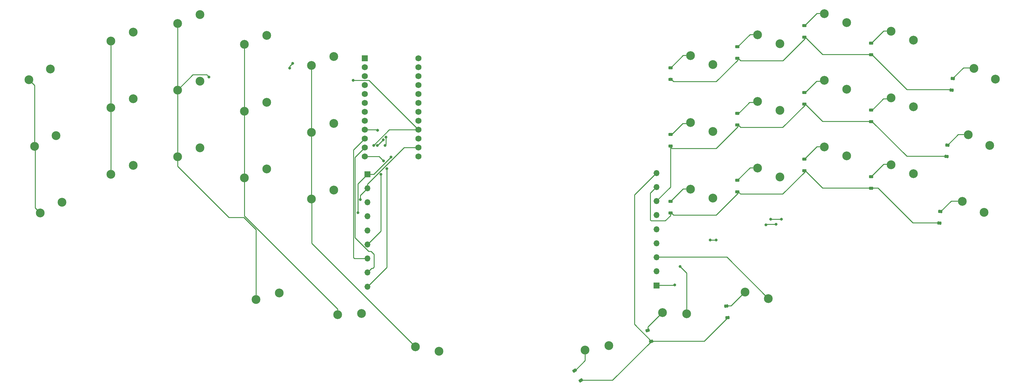
<source format=gbr>
%TF.GenerationSoftware,KiCad,Pcbnew,7.0.7*%
%TF.CreationDate,2023-09-26T18:04:07-06:00*%
%TF.ProjectId,keyboard,6b657962-6f61-4726-942e-6b696361645f,rev?*%
%TF.SameCoordinates,Original*%
%TF.FileFunction,Copper,L2,Bot*%
%TF.FilePolarity,Positive*%
%FSLAX46Y46*%
G04 Gerber Fmt 4.6, Leading zero omitted, Abs format (unit mm)*
G04 Created by KiCad (PCBNEW 7.0.7) date 2023-09-26 18:04:07*
%MOMM*%
%LPD*%
G01*
G04 APERTURE LIST*
G04 Aperture macros list*
%AMRoundRect*
0 Rectangle with rounded corners*
0 $1 Rounding radius*
0 $2 $3 $4 $5 $6 $7 $8 $9 X,Y pos of 4 corners*
0 Add a 4 corners polygon primitive as box body*
4,1,4,$2,$3,$4,$5,$6,$7,$8,$9,$2,$3,0*
0 Add four circle primitives for the rounded corners*
1,1,$1+$1,$2,$3*
1,1,$1+$1,$4,$5*
1,1,$1+$1,$6,$7*
1,1,$1+$1,$8,$9*
0 Add four rect primitives between the rounded corners*
20,1,$1+$1,$2,$3,$4,$5,0*
20,1,$1+$1,$4,$5,$6,$7,0*
20,1,$1+$1,$6,$7,$8,$9,0*
20,1,$1+$1,$8,$9,$2,$3,0*%
G04 Aperture macros list end*
%TA.AperFunction,ComponentPad*%
%ADD10C,2.500000*%
%TD*%
%TA.AperFunction,ComponentPad*%
%ADD11O,1.700000X1.700000*%
%TD*%
%TA.AperFunction,ComponentPad*%
%ADD12R,1.700000X1.700000*%
%TD*%
%TA.AperFunction,ComponentPad*%
%ADD13C,1.752600*%
%TD*%
%TA.AperFunction,ComponentPad*%
%ADD14R,1.752600X1.752600*%
%TD*%
%TA.AperFunction,SMDPad,CuDef*%
%ADD15RoundRect,0.225000X0.375000X-0.225000X0.375000X0.225000X-0.375000X0.225000X-0.375000X-0.225000X0*%
%TD*%
%TA.AperFunction,SMDPad,CuDef*%
%ADD16RoundRect,0.225000X0.396465X-0.184569X0.349427X0.262966X-0.396465X0.184569X-0.349427X-0.262966X0*%
%TD*%
%TA.AperFunction,SMDPad,CuDef*%
%ADD17RoundRect,0.225000X0.353963X-0.256827X0.393183X0.191460X-0.353963X0.256827X-0.393183X-0.191460X0*%
%TD*%
%TA.AperFunction,SMDPad,CuDef*%
%ADD18RoundRect,0.225000X0.427822X-0.090654X0.281317X0.334830X-0.427822X0.090654X-0.281317X-0.334830X0*%
%TD*%
%TA.AperFunction,SMDPad,CuDef*%
%ADD19RoundRect,0.225000X0.437250X0.007909X0.198786X0.389531X-0.437250X-0.007909X-0.198786X-0.389531X0*%
%TD*%
%TA.AperFunction,ViaPad*%
%ADD20C,0.800000*%
%TD*%
%TA.AperFunction,Conductor*%
%ADD21C,0.250000*%
%TD*%
G04 APERTURE END LIST*
D10*
%TO.P,S8,2,2*%
%TO.N,Net-(D8-A)*%
X64387381Y-65523631D03*
%TO.P,S8,1,1*%
%TO.N,C3*%
X58037381Y-68063631D03*
%TD*%
%TO.P,S11,2,2*%
%TO.N,Net-(D9-A)*%
X83387381Y-71523631D03*
%TO.P,S11,1,1*%
%TO.N,C4*%
X77037381Y-74063631D03*
%TD*%
%TO.P,S2,2,2*%
%TO.N,Net-(D6-A)*%
X23498753Y-80993134D03*
%TO.P,S2,1,1*%
%TO.N,C1*%
X17394293Y-84076908D03*
%TD*%
%TO.P,S5,2,2*%
%TO.N,Net-(D7-A)*%
X45387381Y-70523631D03*
%TO.P,S5,1,1*%
%TO.N,C2*%
X39037381Y-73063631D03*
%TD*%
%TO.P,S6,2,2*%
%TO.N,Net-(D12-A)*%
X45387381Y-89523631D03*
%TO.P,S6,1,1*%
%TO.N,C2*%
X39037381Y-92063631D03*
%TD*%
%TO.P,S1,2,2*%
%TO.N,Net-(D1-A)*%
X21861476Y-62023369D03*
%TO.P,S1,1,1*%
%TO.N,C1*%
X15757016Y-65107143D03*
%TD*%
%TO.P,S7,2,2*%
%TO.N,Net-(D3-A)*%
X64387381Y-46523631D03*
%TO.P,S7,1,1*%
%TO.N,C3*%
X58037381Y-49063631D03*
%TD*%
%TO.P,S16,2,2*%
%TO.N,Net-(D16-A)*%
X86899418Y-125805370D03*
%TO.P,S16,1,1*%
%TO.N,C3*%
X80318702Y-127667700D03*
%TD*%
%TO.P,S10,2,2*%
%TO.N,Net-(D4-A)*%
X83387381Y-52523631D03*
%TO.P,S10,1,1*%
%TO.N,C4*%
X77037381Y-55063631D03*
%TD*%
%TO.P,S18,2,2*%
%TO.N,Net-(D18-A)*%
X132322008Y-142372951D03*
%TO.P,S18,1,1*%
%TO.N,C5*%
X125590908Y-141162005D03*
%TD*%
%TO.P,S4,2,2*%
%TO.N,Net-(D2-A)*%
X45387381Y-51523631D03*
%TO.P,S4,1,1*%
%TO.N,C2*%
X39037381Y-54063631D03*
%TD*%
%TO.P,S17,2,2*%
%TO.N,Net-(D17-A)*%
X110316455Y-131664894D03*
%TO.P,S17,1,1*%
%TO.N,C4*%
X103485469Y-131999153D03*
%TD*%
D11*
%TO.P,J1,9,Pin_9*%
%TO.N,C10*%
X112000000Y-124000000D03*
%TO.P,J1,8,Pin_8*%
%TO.N,C9*%
X112000000Y-120000000D03*
%TO.P,J1,7,Pin_7*%
%TO.N,C8*%
X112000000Y-116000000D03*
%TO.P,J1,6,Pin_6*%
%TO.N,C7*%
X112000000Y-112000000D03*
%TO.P,J1,5,Pin_5*%
%TO.N,C6*%
X112000000Y-108000000D03*
%TO.P,J1,4,Pin_4*%
%TO.N,R4*%
X112000000Y-104000000D03*
%TO.P,J1,3,Pin_3*%
%TO.N,R3*%
X112000000Y-100000000D03*
%TO.P,J1,2,Pin_2*%
%TO.N,R2*%
X112000000Y-96000000D03*
D12*
%TO.P,J1,1,Pin_1*%
%TO.N,R1*%
X112000000Y-92000000D03*
%TD*%
D10*
%TO.P,S3,2,2*%
%TO.N,Net-(D11-A)*%
X25147384Y-99981674D03*
%TO.P,S3,1,1*%
%TO.N,C1*%
X19042924Y-103065448D03*
%TD*%
%TO.P,S14,2,2*%
%TO.N,Net-(D10-A)*%
X102387381Y-77523631D03*
%TO.P,S14,1,1*%
%TO.N,C5*%
X96037381Y-80063631D03*
%TD*%
D13*
%TO.P,U2,24,B0*%
%TO.N,N/C*%
X126420000Y-59030000D03*
%TO.P,U2,23,GND*%
X126420000Y-61570000D03*
%TO.P,U2,22,RST*%
%TO.N,unconnected-(U2-RST-Pad22)*%
X126420000Y-64110000D03*
%TO.P,U2,21,VCC*%
%TO.N,N/C*%
X126420000Y-66650000D03*
%TO.P,U2,20,A3/PF4*%
X126420000Y-69190000D03*
%TO.P,U2,19,A2/PF5*%
X126420000Y-71730000D03*
%TO.P,U2,18,A1/PF6*%
X126420000Y-74270000D03*
%TO.P,U2,17,A0/PF7*%
X126420000Y-76810000D03*
%TO.P,U2,16,15/PB1*%
%TO.N,R4*%
X126420000Y-79350000D03*
%TO.P,U2,15,14/PB3*%
%TO.N,R3*%
X126420000Y-81890000D03*
%TO.P,U2,14,16/PB2*%
%TO.N,R2*%
X126420000Y-84430000D03*
%TO.P,U2,13,10/PB6*%
%TO.N,R1*%
X126420000Y-86970000D03*
%TO.P,U2,12,9/PB5*%
%TO.N,C10*%
X111180000Y-86970000D03*
%TO.P,U2,11,8/PB4*%
%TO.N,C9*%
X111180000Y-84430000D03*
%TO.P,U2,10,7/PE6*%
%TO.N,C8*%
X111180000Y-81890000D03*
%TO.P,U2,9,6/PD7*%
%TO.N,C7*%
X111180000Y-79350000D03*
%TO.P,U2,8,5/PC6*%
%TO.N,C6*%
X111180000Y-76810000D03*
%TO.P,U2,7,4/PD4*%
%TO.N,C5*%
X111180000Y-74270000D03*
%TO.P,U2,6,3/PD0*%
%TO.N,C4*%
X111180000Y-71730000D03*
%TO.P,U2,5,2/PD1*%
%TO.N,C3*%
X111180000Y-69190000D03*
%TO.P,U2,4,GND*%
%TO.N,N/C*%
X111180000Y-66650000D03*
%TO.P,U2,3,GND*%
X111180000Y-64110000D03*
%TO.P,U2,2,RX1/PD2*%
%TO.N,C2*%
X111180000Y-61570000D03*
D14*
%TO.P,U2,1,TX0/PD3*%
%TO.N,C1*%
X111180000Y-59030000D03*
%TD*%
D10*
%TO.P,S13,2,2*%
%TO.N,Net-(D5-A)*%
X102387381Y-58523631D03*
%TO.P,S13,1,1*%
%TO.N,C5*%
X96037381Y-61063631D03*
%TD*%
%TO.P,S12,2,2*%
%TO.N,Net-(D14-A)*%
X83387381Y-90523631D03*
%TO.P,S12,1,1*%
%TO.N,C4*%
X77037381Y-93063631D03*
%TD*%
%TO.P,S9,2,2*%
%TO.N,Net-(D13-A)*%
X64387381Y-84523631D03*
%TO.P,S9,1,1*%
%TO.N,C3*%
X58037381Y-87063631D03*
%TD*%
%TO.P,S15,2,2*%
%TO.N,Net-(D15-A)*%
X102387381Y-96523631D03*
%TO.P,S15,1,1*%
%TO.N,C5*%
X96037381Y-99063631D03*
%TD*%
%TO.P,S31,1,1*%
%TO.N,C9*%
X267114012Y-91824039D03*
%TO.P,S31,2,2*%
%TO.N,Net-(D30-A)*%
X260764012Y-89284039D03*
%TD*%
%TO.P,S22,1,1*%
%TO.N,C7*%
X229114012Y-54824039D03*
%TO.P,S22,2,2*%
%TO.N,Net-(D21-A)*%
X222764012Y-52284039D03*
%TD*%
%TO.P,S25,1,1*%
%TO.N,C8*%
X248114012Y-48824039D03*
%TO.P,S25,2,2*%
%TO.N,Net-(D24-A)*%
X241764012Y-46284039D03*
%TD*%
D15*
%TO.P,D19,1,K*%
%TO.N,R4*%
X198071275Y-65010408D03*
%TO.P,D19,2,A*%
%TO.N,Net-(D19-A)*%
X198071275Y-61710408D03*
%TD*%
D10*
%TO.P,S28,1,1*%
%TO.N,C6*%
X180533116Y-140826965D03*
%TO.P,S28,2,2*%
%TO.N,Net-(D27-A)*%
X173802016Y-142037911D03*
%TD*%
%TO.P,S34,1,1*%
%TO.N,C10*%
X288756415Y-83853014D03*
%TO.P,S34,2,2*%
%TO.N,Net-(D33-A)*%
X282651955Y-80769240D03*
%TD*%
D15*
%TO.P,D23,1,K*%
%TO.N,R2*%
X217071275Y-97014039D03*
%TO.P,D23,2,A*%
%TO.N,Net-(D23-A)*%
X217071275Y-93714039D03*
%TD*%
%TO.P,D28,1,K*%
%TO.N,R4*%
X255071275Y-58010408D03*
%TO.P,D28,2,A*%
%TO.N,Net-(D28-A)*%
X255071275Y-54710408D03*
%TD*%
%TO.P,D20,1,K*%
%TO.N,R3*%
X198071275Y-84010408D03*
%TO.P,D20,2,A*%
%TO.N,Net-(D20-A)*%
X198071275Y-80710408D03*
%TD*%
D10*
%TO.P,S23,1,1*%
%TO.N,C7*%
X229114012Y-73824039D03*
%TO.P,S23,2,2*%
%TO.N,Net-(D22-A)*%
X222764012Y-71284039D03*
%TD*%
%TO.P,S30,1,1*%
%TO.N,C9*%
X267114012Y-72824039D03*
%TO.P,S30,2,2*%
%TO.N,Net-(D29-A)*%
X260764012Y-70284039D03*
%TD*%
D15*
%TO.P,D29,1,K*%
%TO.N,R3*%
X255071275Y-77010408D03*
%TO.P,D29,2,A*%
%TO.N,Net-(D29-A)*%
X255071275Y-73710408D03*
%TD*%
%TO.P,D36,1,K*%
%TO.N,R2*%
X198071275Y-103010408D03*
%TO.P,D36,2,A*%
%TO.N,Net-(D36-A)*%
X198071275Y-99710408D03*
%TD*%
D10*
%TO.P,S19,1,1*%
%TO.N,C6*%
X210114012Y-60824039D03*
%TO.P,S19,2,2*%
%TO.N,Net-(D19-A)*%
X203764012Y-58284039D03*
%TD*%
D16*
%TO.P,D35,1,K*%
%TO.N,R1*%
X214290098Y-132835432D03*
%TO.P,D35,2,A*%
%TO.N,Net-(D35-A)*%
X213945154Y-129553510D03*
%TD*%
D17*
%TO.P,D34,1,K*%
%TO.N,R2*%
X274448175Y-105939987D03*
%TO.P,D34,2,A*%
%TO.N,Net-(D34-A)*%
X274735789Y-102652545D03*
%TD*%
%TO.P,D32,1,K*%
%TO.N,R4*%
X277938105Y-68055093D03*
%TO.P,D32,2,A*%
%TO.N,Net-(D32-A)*%
X278225719Y-64767651D03*
%TD*%
D18*
%TO.P,D31,1,K*%
%TO.N,R1*%
X192597486Y-139595814D03*
%TO.P,D31,2,A*%
%TO.N,Net-(D31-A)*%
X191523112Y-136475602D03*
%TD*%
D15*
%TO.P,D22,1,K*%
%TO.N,R3*%
X217071275Y-78010408D03*
%TO.P,D22,2,A*%
%TO.N,Net-(D22-A)*%
X217071275Y-74710408D03*
%TD*%
D10*
%TO.P,S26,1,1*%
%TO.N,C8*%
X248114012Y-67824039D03*
%TO.P,S26,2,2*%
%TO.N,Net-(D25-A)*%
X241764012Y-65284039D03*
%TD*%
%TO.P,S21,1,1*%
%TO.N,C6*%
X210114012Y-98824039D03*
%TO.P,S21,2,2*%
%TO.N,Net-(D36-A)*%
X203764012Y-96284039D03*
%TD*%
%TO.P,S32,1,1*%
%TO.N,C7*%
X202656111Y-131700921D03*
%TO.P,S32,2,2*%
%TO.N,Net-(D31-A)*%
X195825125Y-131366662D03*
%TD*%
D17*
%TO.P,D33,1,K*%
%TO.N,R3*%
X276444511Y-86981867D03*
%TO.P,D33,2,A*%
%TO.N,Net-(D33-A)*%
X276732125Y-83694425D03*
%TD*%
D15*
%TO.P,D21,1,K*%
%TO.N,R4*%
X217071275Y-59014039D03*
%TO.P,D21,2,A*%
%TO.N,Net-(D21-A)*%
X217071275Y-55714039D03*
%TD*%
D12*
%TO.P,J2,1,Pin_1*%
%TO.N,C10*%
X194124024Y-123664960D03*
D11*
%TO.P,J2,2,Pin_2*%
%TO.N,C9*%
X194124024Y-119664960D03*
%TO.P,J2,3,Pin_3*%
%TO.N,C8*%
X194124024Y-115664960D03*
%TO.P,J2,4,Pin_4*%
%TO.N,C7*%
X194124024Y-111664960D03*
%TO.P,J2,5,Pin_5*%
%TO.N,C6*%
X194124024Y-107664960D03*
%TO.P,J2,6,Pin_6*%
%TO.N,R4*%
X194124024Y-103664960D03*
%TO.P,J2,7,Pin_7*%
%TO.N,R3*%
X194124024Y-99664960D03*
%TO.P,J2,8,Pin_8*%
%TO.N,R2*%
X194124024Y-95664960D03*
%TO.P,J2,9,Pin_9*%
%TO.N,R1*%
X194124024Y-91664960D03*
%TD*%
D10*
%TO.P,S27,1,1*%
%TO.N,C8*%
X248114012Y-86824039D03*
%TO.P,S27,2,2*%
%TO.N,Net-(D26-A)*%
X241764012Y-84284039D03*
%TD*%
D15*
%TO.P,D25,1,K*%
%TO.N,R3*%
X236071275Y-72014039D03*
%TO.P,D25,2,A*%
%TO.N,Net-(D25-A)*%
X236071275Y-68714039D03*
%TD*%
D10*
%TO.P,S35,1,1*%
%TO.N,C10*%
X287107784Y-102841554D03*
%TO.P,S35,2,2*%
%TO.N,Net-(D34-A)*%
X281003324Y-99757780D03*
%TD*%
%TO.P,S20,1,1*%
%TO.N,C6*%
X210114012Y-79824039D03*
%TO.P,S20,2,2*%
%TO.N,Net-(D20-A)*%
X203764012Y-77284039D03*
%TD*%
%TO.P,S29,1,1*%
%TO.N,C9*%
X267114012Y-53824039D03*
%TO.P,S29,2,2*%
%TO.N,Net-(D28-A)*%
X260764012Y-51284039D03*
%TD*%
%TO.P,S33,1,1*%
%TO.N,C10*%
X290373406Y-64937036D03*
%TO.P,S33,2,2*%
%TO.N,Net-(D32-A)*%
X284268946Y-61853262D03*
%TD*%
D19*
%TO.P,D27,2,A*%
%TO.N,Net-(D27-A)*%
X170836547Y-147935523D03*
%TO.P,D27,1,K*%
%TO.N,R1*%
X172585281Y-150734081D03*
%TD*%
D10*
%TO.P,S36,1,1*%
%TO.N,C8*%
X225831704Y-127409280D03*
%TO.P,S36,2,2*%
%TO.N,Net-(D35-A)*%
X219250988Y-125546950D03*
%TD*%
D15*
%TO.P,D24,1,K*%
%TO.N,R4*%
X236071275Y-53014039D03*
%TO.P,D24,2,A*%
%TO.N,Net-(D24-A)*%
X236071275Y-49714039D03*
%TD*%
%TO.P,D26,1,K*%
%TO.N,R2*%
X236071275Y-91014039D03*
%TO.P,D26,2,A*%
%TO.N,Net-(D26-A)*%
X236071275Y-87714039D03*
%TD*%
D10*
%TO.P,S24,1,1*%
%TO.N,C7*%
X229114012Y-92824039D03*
%TO.P,S24,2,2*%
%TO.N,Net-(D23-A)*%
X222764012Y-90284039D03*
%TD*%
D15*
%TO.P,D30,1,K*%
%TO.N,R2*%
X255071275Y-96014039D03*
%TO.P,D30,2,A*%
%TO.N,Net-(D30-A)*%
X255071275Y-92714039D03*
%TD*%
D20*
%TO.N,C10*%
X225201005Y-106437058D03*
%TO.N,R4*%
X198044627Y-64927049D03*
%TO.N,C10*%
X228044627Y-106280680D03*
X199294627Y-123530680D03*
%TO.N,C9*%
X229544627Y-104806180D03*
X211032328Y-110768381D03*
X209297508Y-110768381D03*
X226544627Y-104780680D03*
%TO.N,C7*%
X200794627Y-118280680D03*
%TO.N,C1*%
X90721219Y-60446128D03*
X89871846Y-61795501D03*
%TO.N,C3*%
X66971219Y-64370628D03*
%TO.N,C10*%
X117471219Y-90446128D03*
X116520825Y-88196128D03*
%TO.N,R2*%
X109971219Y-99196128D03*
%TO.N,C7*%
X115796325Y-92021234D03*
%TO.N,R1*%
X118646726Y-87121635D03*
%TO.N,R4*%
X107897992Y-65247049D03*
%TO.N,C6*%
X114791879Y-83812849D03*
%TO.N,C7*%
X116971219Y-83812849D03*
X117221219Y-81446128D03*
%TO.N,C6*%
X116471219Y-82196128D03*
%TO.N,R4*%
X113721219Y-83812849D03*
%TO.N,C7*%
X114874057Y-79478516D03*
%TO.N,R1*%
X109224181Y-102949090D03*
%TD*%
D21*
%TO.N,C10*%
X228044627Y-106280680D02*
X225357383Y-106280680D01*
X199294627Y-123530680D02*
X199243706Y-123581601D01*
X199243706Y-123581601D02*
X194097376Y-123581601D01*
%TO.N,C8*%
X214060736Y-115581601D02*
X225805056Y-127325921D01*
X194097376Y-115581601D02*
X214060736Y-115581601D01*
%TO.N,C10*%
X225357383Y-106280680D02*
X225201005Y-106437058D01*
%TO.N,C9*%
X209297508Y-110768381D02*
X211032328Y-110768381D01*
X226570127Y-104806180D02*
X226544627Y-104780680D01*
X229544627Y-104806180D02*
X226570127Y-104806180D01*
%TO.N,Net-(D26-A)*%
X239652008Y-84150680D02*
X236222008Y-87580680D01*
%TO.N,Net-(D34-A)*%
X280974624Y-99658723D02*
X277796985Y-99658723D01*
%TO.N,Net-(D27-A)*%
X173820000Y-142070000D02*
X173820000Y-145059444D01*
%TO.N,Net-(D31-A)*%
X191673845Y-135473651D02*
X191673845Y-136392243D01*
%TO.N,Net-(D21-A)*%
X222734627Y-52200680D02*
X220652008Y-52200680D01*
%TO.N,C7*%
X202629463Y-120115516D02*
X202629463Y-131617562D01*
%TO.N,Net-(D30-A)*%
X258648377Y-89150680D02*
X255222008Y-92577049D01*
%TO.N,Net-(D36-A)*%
X203734627Y-96150680D02*
X201648377Y-96150680D01*
%TO.N,Net-(D24-A)*%
X241734627Y-46200680D02*
X239652008Y-46200680D01*
%TO.N,Net-(D23-A)*%
X222734627Y-90150680D02*
X220652008Y-90150680D01*
%TO.N,Net-(D25-A)*%
X239552008Y-65550680D02*
X236122008Y-68980680D01*
X241634627Y-65550680D02*
X239552008Y-65550680D01*
%TO.N,Net-(D35-A)*%
X219222590Y-125482419D02*
X215234858Y-129470151D01*
%TO.N,Net-(D33-A)*%
X279823741Y-80670183D02*
X276882858Y-83611066D01*
%TO.N,Net-(D29-A)*%
X260634627Y-70550680D02*
X258548377Y-70550680D01*
%TO.N,Net-(D32-A)*%
X284260532Y-61700418D02*
X281298725Y-61700418D01*
%TO.N,Net-(D24-A)*%
X239652008Y-46200680D02*
X236222008Y-49630680D01*
%TO.N,Net-(D30-A)*%
X260734627Y-89150680D02*
X258648377Y-89150680D01*
%TO.N,Net-(D21-A)*%
X220652008Y-52200680D02*
X217222008Y-55630680D01*
%TO.N,Net-(D35-A)*%
X215234858Y-129470151D02*
X214095887Y-129470151D01*
%TO.N,Net-(D27-A)*%
X173820000Y-145059444D02*
X171007280Y-147872164D01*
%TO.N,Net-(D33-A)*%
X282623255Y-80670183D02*
X279823741Y-80670183D01*
%TO.N,C7*%
X200794627Y-118280680D02*
X202629463Y-120115516D01*
%TO.N,Net-(D29-A)*%
X258548377Y-70550680D02*
X255122008Y-73977049D01*
%TO.N,Net-(D26-A)*%
X241734627Y-84150680D02*
X239652008Y-84150680D01*
%TO.N,Net-(D34-A)*%
X277796985Y-99658723D02*
X274886522Y-102569186D01*
%TO.N,Net-(D23-A)*%
X220652008Y-90150680D02*
X217222008Y-93580680D01*
%TO.N,Net-(D22-A)*%
X222634627Y-71550680D02*
X220552008Y-71550680D01*
%TO.N,Net-(D32-A)*%
X281298725Y-61700418D02*
X278365815Y-64633328D01*
%TO.N,Net-(D31-A)*%
X195805553Y-131341943D02*
X191673845Y-135473651D01*
%TO.N,Net-(D28-A)*%
X260734627Y-51200680D02*
X258648377Y-51200680D01*
%TO.N,Net-(D22-A)*%
X220552008Y-71550680D02*
X217122008Y-74980680D01*
%TO.N,Net-(D28-A)*%
X258648377Y-51200680D02*
X255222008Y-54627049D01*
%TO.N,Net-(D36-A)*%
X201648377Y-96150680D02*
X198222008Y-99577049D01*
%TO.N,R2*%
X274598908Y-105856628D02*
X266901587Y-105856628D01*
X217947008Y-97655680D02*
X217222008Y-96930680D01*
X196544627Y-105280680D02*
X198044627Y-103780680D01*
%TO.N,R1*%
X187794627Y-134736244D02*
X187794627Y-97884350D01*
%TO.N,R2*%
X198947008Y-103655680D02*
X198222008Y-102930680D01*
X256972008Y-95927049D02*
X255222008Y-95927049D01*
X194097376Y-95581601D02*
X192294627Y-97384350D01*
X255222008Y-95927049D02*
X241218377Y-95927049D01*
%TO.N,R1*%
X214440831Y-132752073D02*
X207680449Y-139512455D01*
%TO.N,R2*%
X211043377Y-103655680D02*
X198947008Y-103655680D01*
%TO.N,Net-(D20-A)*%
X203634627Y-77550680D02*
X201548377Y-77550680D01*
%TO.N,R1*%
X192570838Y-139512455D02*
X187794627Y-134736244D01*
%TO.N,Net-(D20-A)*%
X201548377Y-77550680D02*
X198122008Y-80977049D01*
%TO.N,R1*%
X181609952Y-150650722D02*
X172736014Y-150650722D01*
X192748219Y-139512455D02*
X181609952Y-150650722D01*
%TO.N,Net-(D19-A)*%
X203734627Y-58200680D02*
X201648377Y-58200680D01*
X201648377Y-58200680D02*
X198222008Y-61627049D01*
%TO.N,R2*%
X192544627Y-105280680D02*
X196544627Y-105280680D01*
X241218377Y-95927049D02*
X236222008Y-90930680D01*
X217222008Y-96930680D02*
X217222008Y-97477049D01*
X198044627Y-103780680D02*
X198044627Y-102927049D01*
X192294627Y-105030680D02*
X192544627Y-105280680D01*
%TO.N,R1*%
X187794627Y-97884350D02*
X194097376Y-91581601D01*
%TO.N,R2*%
X229943377Y-97655680D02*
X217947008Y-97655680D01*
X266901587Y-105856628D02*
X256972008Y-95927049D01*
X192294627Y-97384350D02*
X192294627Y-105030680D01*
X217222008Y-97477049D02*
X211043377Y-103655680D01*
X236222008Y-91377049D02*
X229943377Y-97655680D01*
%TO.N,R1*%
X207680449Y-139512455D02*
X192748219Y-139512455D01*
%TO.N,R3*%
X265189836Y-86898508D02*
X255222008Y-76930680D01*
X217222008Y-77930680D02*
X217222008Y-78477049D01*
X198450639Y-84655680D02*
X198122008Y-84327049D01*
X229943377Y-78655680D02*
X217947008Y-78655680D01*
X217222008Y-78477049D02*
X211043377Y-84655680D01*
X194097376Y-99581601D02*
X198044627Y-95634350D01*
X255222008Y-76930680D02*
X241222008Y-76930680D01*
X236222008Y-72377049D02*
X229943377Y-78655680D01*
X236222008Y-71930680D02*
X236222008Y-72377049D01*
X211043377Y-84655680D02*
X198450639Y-84655680D01*
X241222008Y-76930680D02*
X236222008Y-71930680D01*
%TO.N,R2*%
X236222008Y-90930680D02*
X236222008Y-91377049D01*
%TO.N,R3*%
X198044627Y-95634350D02*
X198044627Y-83927049D01*
X276595244Y-86898508D02*
X265189836Y-86898508D01*
X217947008Y-78655680D02*
X217222008Y-77930680D01*
%TO.N,R4*%
X236222008Y-53429057D02*
X229995385Y-59655680D01*
X236222008Y-52930680D02*
X236222008Y-53429057D01*
X265215729Y-67920770D02*
X255222008Y-57927049D01*
X278078201Y-67920770D02*
X265215729Y-67920770D01*
X217222008Y-59477049D02*
X211043377Y-65655680D01*
X198950639Y-65655680D02*
X198222008Y-64927049D01*
X229995385Y-59655680D02*
X217947008Y-59655680D01*
X217947008Y-59655680D02*
X217222008Y-58930680D01*
X211043377Y-65655680D02*
X198950639Y-65655680D01*
X255222008Y-57927049D02*
X241218377Y-57927049D01*
X241218377Y-57927049D02*
X236222008Y-52930680D01*
X217222008Y-58930680D02*
X217222008Y-59477049D01*
%TO.N,C10*%
X111997992Y-123997049D02*
X117471219Y-118523822D01*
%TO.N,C9*%
X113172992Y-118822049D02*
X113470298Y-118822049D01*
%TO.N,C8*%
X107971219Y-85093822D02*
X107971219Y-115696128D01*
%TO.N,C9*%
X113470298Y-118822049D02*
X113846219Y-118446128D01*
%TO.N,C8*%
X108272140Y-115997049D02*
X111997992Y-115997049D01*
%TO.N,C10*%
X115291746Y-86967049D02*
X111177992Y-86967049D01*
X117471219Y-118523822D02*
X117471219Y-90446128D01*
X116520825Y-88196128D02*
X115291746Y-86967049D01*
%TO.N,C9*%
X113846219Y-118446128D02*
X113846219Y-114821128D01*
X108421219Y-110081977D02*
X108421219Y-87183822D01*
%TO.N,C8*%
X107971219Y-115696128D02*
X108272140Y-115997049D01*
%TO.N,C9*%
X112971219Y-113946128D02*
X112285370Y-113946128D01*
%TO.N,C8*%
X111177992Y-81887049D02*
X107971219Y-85093822D01*
%TO.N,C9*%
X111997992Y-119997049D02*
X113172992Y-118822049D01*
X112285370Y-113946128D02*
X108421219Y-110081977D01*
X113846219Y-114821128D02*
X112971219Y-113946128D01*
X108421219Y-87183822D02*
X111177992Y-84427049D01*
%TO.N,C7*%
X111997992Y-111997049D02*
X115796325Y-108198716D01*
%TO.N,C6*%
X114854498Y-83812849D02*
X116471219Y-82196128D01*
%TO.N,C7*%
X116971219Y-83812849D02*
X117221219Y-83562849D01*
X117221219Y-83562849D02*
X117221219Y-81446128D01*
X115796325Y-108198716D02*
X115796325Y-92021234D01*
%TO.N,C6*%
X114791879Y-83812849D02*
X114854498Y-83812849D01*
%TO.N,C7*%
X114742590Y-79347049D02*
X111177992Y-79347049D01*
X114874057Y-79478516D02*
X114742590Y-79347049D01*
%TO.N,R2*%
X109971219Y-98023822D02*
X111997992Y-95997049D01*
%TO.N,R1*%
X109224181Y-94770860D02*
X111997992Y-91997049D01*
X113771313Y-91997049D02*
X111997992Y-91997049D01*
%TO.N,R2*%
X111997992Y-94794968D02*
X122365911Y-84427049D01*
%TO.N,R1*%
X109224181Y-102949090D02*
X109224181Y-94770860D01*
X118646726Y-87121635D02*
X113771313Y-91997049D01*
%TO.N,R2*%
X111997992Y-95997049D02*
X111997992Y-94794968D01*
X122365911Y-84427049D02*
X126417992Y-84427049D01*
X109971219Y-99196128D02*
X109971219Y-98023822D01*
%TO.N,R4*%
X113721219Y-83812849D02*
X118187019Y-79347049D01*
X107959292Y-65308349D02*
X112379292Y-65308349D01*
X107897992Y-65247049D02*
X107959292Y-65308349D01*
X112379292Y-65308349D02*
X126417992Y-79347049D01*
X118187019Y-79347049D02*
X126417992Y-79347049D01*
%TO.N,C3*%
X58035373Y-68060680D02*
X62399925Y-63696128D01*
%TO.N,C4*%
X77035373Y-93060680D02*
X77035373Y-103898034D01*
%TO.N,C3*%
X80316694Y-127664749D02*
X80316694Y-107815751D01*
%TO.N,C1*%
X89871846Y-61795501D02*
X89871846Y-61295501D01*
%TO.N,C3*%
X72597992Y-104297049D02*
X76797992Y-104297049D01*
X66296719Y-63696128D02*
X66971219Y-64370628D01*
%TO.N,C1*%
X17392285Y-84073957D02*
X17598493Y-84280165D01*
%TO.N,C5*%
X96035373Y-99060680D02*
X96035373Y-61060680D01*
X96097992Y-99123299D02*
X96035373Y-99060680D01*
%TO.N,C2*%
X39035373Y-54060680D02*
X39035373Y-92060680D01*
%TO.N,C4*%
X77035373Y-103898034D02*
X103483461Y-130346122D01*
%TO.N,C1*%
X17392285Y-66741469D02*
X17392285Y-84073957D01*
%TO.N,C4*%
X103483461Y-130346122D02*
X103483461Y-131996202D01*
%TO.N,C1*%
X89871846Y-61295501D02*
X90721219Y-60446128D01*
%TO.N,C3*%
X62399925Y-63696128D02*
X63971219Y-63696128D01*
X58035373Y-89734430D02*
X72597992Y-104297049D01*
X58035373Y-87060680D02*
X58035373Y-89734430D01*
%TO.N,C5*%
X125588900Y-141159054D02*
X96097992Y-111668146D01*
%TO.N,C4*%
X77035373Y-55060680D02*
X77035373Y-93060680D01*
%TO.N,C1*%
X17598493Y-84280165D02*
X17598493Y-101620074D01*
X17598493Y-101620074D02*
X19040916Y-103062497D01*
%TO.N,C3*%
X58035373Y-87060680D02*
X58035373Y-49060680D01*
X63971219Y-63696128D02*
X66296719Y-63696128D01*
%TO.N,C5*%
X96097992Y-111668146D02*
X96097992Y-99123299D01*
%TO.N,C1*%
X15755008Y-65104192D02*
X17392285Y-66741469D01*
%TO.N,C3*%
X80316694Y-107815751D02*
X76797992Y-104297049D01*
%TD*%
M02*

</source>
